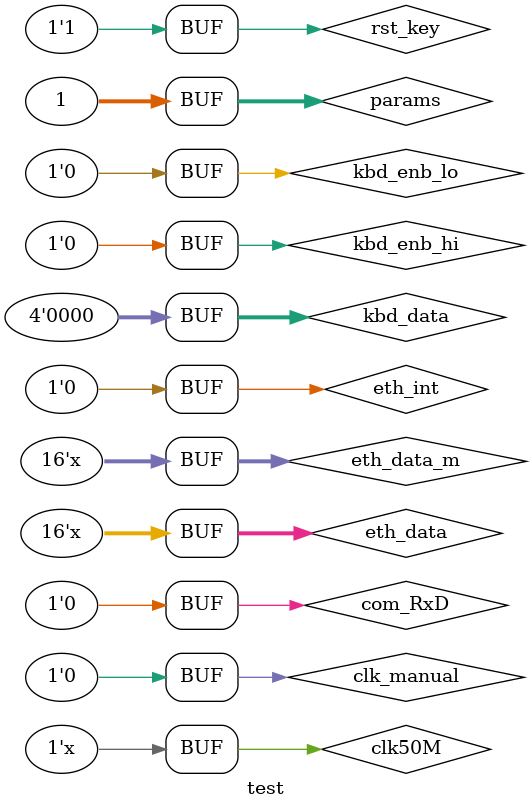
<source format=v>
`timescale 1ns / 1ps


module test;

	// Inputs
	reg clk50M;
	reg rst_key;
	reg clk_manual;
	reg [31:0] params;
	reg com_RxD;
	reg kbd_enb_hi;
	reg kbd_enb_lo;
	reg [3:0] kbd_data;
	reg eth_int;
	reg [15:0] eth_data_m;

	// Outputs
	wire [0:6] segdisp0;
	wire [0:6] segdisp1;
	wire [15:0] led;
	wire [19:0] baseram_addr;
	wire baseram_ce;
	wire baseram_oe;
	wire baseram_we;
	wire [19:0] extram_addr;
	wire extram_ce;
	wire extram_oe;
	wire extram_we;
	wire com_TxD;
	wire [22:0] flash_addr;
	wire [7:0] flash_ctl;
	wire [8:0] vga_color_out;
	wire vga_hsync;
	wire vga_vsync;
	wire eth_cs;
	wire eth_cmd;
	wire eth_ior;
	wire eth_iow;
	wire eth_reset;

	// Bidirs
	wire [31:0] baseram_data;
	wire [31:0] extram_data;
	wire [15:0] flash_data;
	wire [15:0] eth_data;

	// Instantiate the Unit Under Test (UUT)
	armcpu uut (
		.clk50M(clk50M), 
		.rst_key(rst_key), 
		.clk_manual(clk_manual), 
		.segdisp0(segdisp0), 
		.segdisp1(segdisp1), 
		.led(led), 
		.params(params), 
		.baseram_addr(baseram_addr), 
		.baseram_data(baseram_data), 
		.baseram_ce(baseram_ce), 
		.baseram_oe(baseram_oe), 
		.baseram_we(baseram_we), 
		.extram_addr(extram_addr), 
		.extram_data(extram_data), 
		.extram_ce(extram_ce), 
		.extram_oe(extram_oe), 
		.extram_we(extram_we), 
		.com_TxD(com_TxD), 
		.com_RxD(com_RxD), 
		.flash_addr(flash_addr), 
		.flash_data(flash_data), 
		.flash_ctl(flash_ctl), 
		.vga_color_out(vga_color_out), 
		.vga_hsync(vga_hsync), 
		.vga_vsync(vga_vsync), 
		.kbd_enb_hi(kbd_enb_hi), 
		.kbd_enb_lo(kbd_enb_lo), 
		.kbd_data(kbd_data), 
		.eth_data(eth_data), 
		.eth_cs(eth_cs), 
		.eth_cmd(eth_cmd), 
		.eth_int(eth_int), 
		.eth_ior(eth_ior), 
		.eth_iow(eth_iow), 
		.eth_reset(eth_reset)
	);
	assign eth_data = eth_data_m;

	initial begin
		// Initialize Inputs
		clk50M = 0;
		rst_key = 0;
		clk_manual = 0;
		params = 0;
		com_RxD = 0;
		kbd_enb_hi = 0;
		kbd_enb_lo = 0;
		kbd_data = 0;
		eth_int = 0;
		params[0] = 1;
		eth_data_m = 16'hzzzz;

		// Wait 100 ns for global reset to finish
		#100;
        
		// Add stimulus here
		
		rst_key = 1;
		
	end
	
	always
		#10 clk50M = ~clk50M;
      
endmodule


</source>
